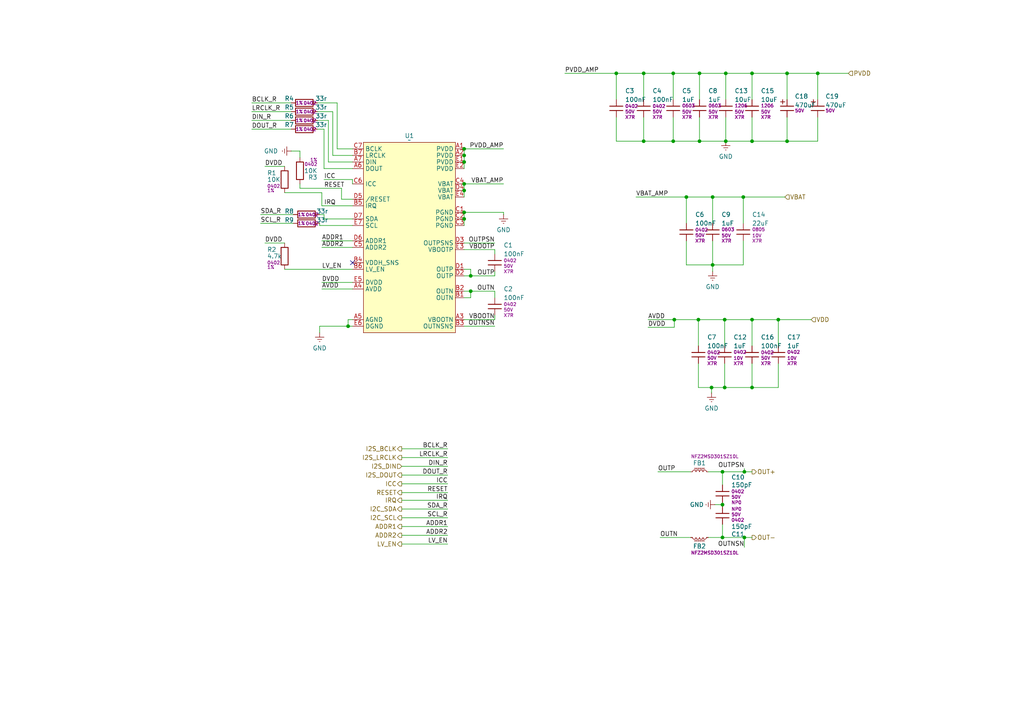
<source format=kicad_sch>
(kicad_sch (version 20231120) (generator "eeschema") (generator_version "8.0")
  (paper "A4")
  (lib_symbols
    (symbol "power:GNDREF" (power) (pin_numbers hide) (pin_names (offset 0) hide)
      (property "Value" "GNDREF" (at 0 -3.81 0))
      (symbol "GNDREF_0_1"
        (polyline (pts (xy -0.635 -1.905) (xy 0.635 -1.905)))
        (polyline (pts (xy -0.127 -2.54) (xy 0.127 -2.54)))
        (polyline (pts (xy 0 -1.27) (xy 0 0)))
        (polyline (pts (xy 1.27 -1.27) (xy -1.27 -1.27)))
      )
      (symbol "GNDREF_1_1"
        (pin power_in line (at 0 0 270) (length 0) (name "~") (number "1"))
      )
    )
    (symbol "speaker_amp_library:C_0402" (pin_numbers hide) (pin_names (offset 0.254))
      (property "Reference" "C" (at 2.54 3.175 0))
      (property "Value" "100nF" (at 2.54 1.27 0))
      (property "Footprint size" "0402" (at 2.54 -1.5875 0))
      (property "Voltage" "16V" (at 2.54 -0.3175 0))
      (property "Type" "NP0" (at 3.81 -2.8575 0))
      (symbol "C_0402_0_1"
        (polyline (pts (xy -1.905 -0.635) (xy 1.905 -0.635)) (stroke (width 0.25)))
      )
      (symbol "C_0402_1_1"
        (polyline (pts (xy -1.905 0.635) (xy 1.905 0.635)) (stroke (width 0.254)))
        (pin passive line (at 0 2.54 270) (length 1.905) (name "~") (number "1"))
        (pin passive line (at 0 -2.54 90) (length 1.905) (name "~") (number "2"))
      )
    )
    (symbol "speaker_amp_library:C_0603" (pin_numbers hide) (pin_names (offset 0.254))
      (property "Reference" "C" (at 2.54 3.175 0))
      (property "Value" "1uF" (at 2.54 1.27 0))
      (property "Footprint size" "0603" (at 2.54 -1.5875 0))
      (property "Voltage" "50V" (at 2.54 -0.3175 0))
      (property "Type" "X7R" (at 3.81 -2.8575 0))
      (symbol "C_0603_0_1"
        (polyline (pts (xy -1.905 -0.635) (xy 1.905 -0.635)) (stroke (width 0.25)))
      )
      (symbol "C_0603_1_1"
        (polyline (pts (xy -1.905 0.635) (xy 1.905 0.635)) (stroke (width 0.254)))
        (pin passive line (at 0 2.54 270) (length 1.905) (name "~") (number "1"))
        (pin passive line (at 0 -2.54 90) (length 1.905) (name "~") (number "2"))
      )
    )
    (symbol "speaker_amp_library:C_1206" (pin_numbers hide) (pin_names (offset 0.254))
      (property "Reference" "C" (at 2.54 3.175 0))
      (property "Value" "10uF" (at 2.54 1.27 0))
      (property "Footprint size" "1206" (at 2.54 -1.5875 0))
      (property "Voltage" "50V" (at 2.54 -0.3175 0))
      (property "Type" "X7R" (at 3.81 -2.8575 0))
      (symbol "C_1206_0_1"
        (polyline (pts (xy -1.905 -0.635) (xy 1.905 -0.635)) (stroke (width 0.25)))
      )
      (symbol "C_1206_1_1"
        (polyline (pts (xy -1.905 0.635) (xy 1.905 0.635)) (stroke (width 0.254)))
        (pin passive line (at 0 2.54 270) (length 1.905) (name "~") (number "1"))
        (pin passive line (at 0 -2.54 90) (length 1.905) (name "~") (number "2"))
      )
    )
    (symbol "speaker_amp_library:C_ELEC_8x10_EMZS350ARA471MHA0G" (pin_numbers hide) (pin_names (offset 0.254))
      (property "Reference" "C" (at 2.54 3.175 0))
      (property "Value" "100uF" (at 2.54 1.27 0))
      (property "Voltage" "50V" (at 2.54 -0.3175 0))
      (symbol "C_ELEC_8x10_EMZS350ARA471MHA0G_0_1"
        (polyline (pts (xy -1.905 -0.635) (xy 1.905 -0.635)) (stroke (width 0.25)))
        (polyline (pts (xy -1.905 1.905) (xy -0.635 1.905)) (stroke (width 0.2)))
        (polyline (pts (xy -1.27 1.27) (xy -1.27 2.54)) (stroke (width 0.2)))
      )
      (symbol "C_ELEC_8x10_EMZS350ARA471MHA0G_1_1"
        (polyline (pts (xy -1.905 0.635) (xy 1.905 0.635)) (stroke (width 0.254)))
        (pin passive line (at 0 2.54 270) (length 1.905) (name "~") (number "1"))
        (pin passive line (at 0 -2.54 90) (length 1.905) (name "~") (number "2"))
      )
    )
    (symbol "speaker_amp_library:FERR_NFZ2MSD301SZ10L" (pin_numbers hide) (pin_names (offset 0.254) hide)
      (property "Reference" "FB?" (at 1.524 0.508 0))
      (property "MPN" "NFZ2MSD301SZ10L" (at 7.366 -0.762 0))
      (symbol "FERR_NFZ2MSD301SZ10L_0_1"
        (arc (start 0 -1.016) (mid 0.5058 -0.508) (end 0 0))
        (polyline (pts (xy 0.8129 -1.3887) (xy 0.8129 -1.1347)))
        (polyline (pts (xy 0.8129 -0.8807) (xy 0.8129 -0.6267)))
        (polyline (pts (xy 0.8129 -0.3727) (xy 0.8129 -0.1187)))
        (polyline (pts (xy 0.8129 0.1353) (xy 0.8129 0.3893)))
        (polyline (pts (xy 0.8129 0.6433) (xy 0.8129 0.8973)))
        (polyline (pts (xy 0.8129 1.1513) (xy 0.8129 1.4053)))
        (polyline (pts (xy 1.0669 -1.1347) (xy 1.0669 -1.3887)))
        (polyline (pts (xy 1.0669 -0.6267) (xy 1.0669 -0.8807)))
        (polyline (pts (xy 1.0669 -0.1187) (xy 1.0669 -0.3727)))
        (polyline (pts (xy 1.0669 0.3893) (xy 1.0669 0.1353)))
        (polyline (pts (xy 1.0669 0.8973) (xy 1.0669 0.6433)))
        (polyline (pts (xy 1.0669 1.4053) (xy 1.0669 1.1513)))
        (arc (start 0 0) (mid 0.5058 0.508) (end 0 1.016))
        (arc (start 0 1.016) (mid 0.5058 1.524) (end 0 2.032))
        (arc (start 0.0022 -2.032) (mid 0.508 -1.524) (end 0.0022 -1.016))
      )
      (symbol "FERR_NFZ2MSD301SZ10L_1_1"
        (pin passive line (at 0 2.54 270) (length 0.508) (name "~") (number "1"))
        (pin passive line (at 0 -2.54 90) (length 0.508) (name "~") (number "2"))
      )
    )
    (symbol "speaker_amp_library:R_0402" (pin_numbers hide) (pin_names (offset 0))
      (property "Reference" "R?" (at 2.54 1.905 0))
      (property "Value" "4.7k" (at 2.54 0 0))
      (property "Footprint size" "0402" (at 2.54 -1.27 0))
      (property "Tolerance" "1%" (at 2.54 -2.54 0))
      (symbol "R_0402_0_1"
        (rectangle (start -1.016 2.54) (end 1.016 -2.54) (stroke (width 0.254)))
      )
      (symbol "R_0402_1_1"
        (pin passive line (at 0 3.81 270) (length 1.27) (name "~") (number "1"))
        (pin passive line (at 0 -3.81 90) (length 1.27) (name "~") (number "2"))
      )
    )
    (symbol "speaker_global_library:MAX98397"
      (property "Reference" "U" (at 0 0 0))
      (symbol "MAX98397_1_1"
        (rectangle (start -17.78 14.605) (end 8.89 -40.64) (fill (type background)))
        (pin power_in line (at 11.43 12.7 180) (length 2.54) (name "PVDD") (number "A1"))
        (pin power_in line (at 11.43 10.795 180) (length 2.54) (name "PVDD") (number "A2"))
        (pin power_in line (at 11.43 -36.83 180) (length 2.54) (name "VBOOTN") (number "A3"))
        (pin power_in line (at -20.955 -27.94 0) (length 3.175) (name "AVDD") (number "A4"))
        (pin input line (at -20.955 -36.83 0) (length 3.175) (name "AGND") (number "A5"))
        (pin output line (at -20.955 6.985 0) (length 3.175) (name "DOUT") (number "A6"))
        (pin input line (at -20.955 8.89 0) (length 3.175) (name "DIN") (number "A7"))
        (pin power_in line (at 11.43 -30.48 180) (length 2.54) (name "OUTN") (number "B1"))
        (pin power_in line (at 11.43 -28.575 180) (length 2.54) (name "OUTN") (number "B2"))
        (pin power_in line (at 11.43 -38.735 180) (length 2.54) (name "OUTNSNS") (number "B3"))
        (pin input line (at -20.955 -20.32 0) (length 3.175) (name "VDDH_SNS") (number "B4"))
        (pin output line (at -20.955 -3.81 0) (length 3.175) (name "IRQ") (number "B5"))
        (pin power_in line (at -20.955 -22.225 0) (length 3.175) (name "LV_EN") (number "B6"))
        (pin bidirectional line (at -20.955 10.795 0) (length 3.175) (name "LRCLK") (number "B7"))
        (pin power_in line (at 11.43 -5.715 180) (length 2.54) (name "PGND") (number "C1"))
        (pin power_in line (at 11.43 -7.62 180) (length 2.54) (name "PGND") (number "C2"))
        (pin power_in line (at 11.43 -9.525 180) (length 2.54) (name "PGND") (number "C3"))
        (pin power_in line (at 11.43 2.54 180) (length 2.54) (name "VBAT") (number "C4"))
        (pin input line (at -20.955 -15.875 0) (length 3.175) (name "ADDR2") (number "C5"))
        (pin bidirectional line (at -20.955 2.54 0) (length 3.175) (name "ICC") (number "C6"))
        (pin bidirectional line (at -20.955 12.7 0) (length 3.175) (name "BCLK") (number "C7"))
        (pin power_in line (at 11.43 -22.225 180) (length 2.54) (name "OUTP") (number "D1"))
        (pin power_in line (at 11.43 -24.13 180) (length 2.54) (name "OUTP") (number "D2"))
        (pin power_in line (at 11.43 -14.605 180) (length 2.54) (name "OUTPSNS") (number "D3"))
        (pin power_in line (at 11.43 0.635 180) (length 2.54) (name "VBAT") (number "D4"))
        (pin input line (at -20.955 -1.905 0) (length 3.175) (name "/RESET") (number "D5"))
        (pin power_in line (at -20.955 -13.97 0) (length 3.175) (name "ADDR1") (number "D6"))
        (pin power_in line (at -20.955 -7.62 0) (length 3.175) (name "SDA") (number "D7"))
        (pin power_in line (at 11.43 8.89 180) (length 2.54) (name "PVDD") (number "E1"))
        (pin power_in line (at 11.43 6.985 180) (length 2.54) (name "PVDD") (number "E2"))
        (pin power_in line (at 11.43 -16.51 180) (length 2.54) (name "VBOOTP") (number "E3"))
        (pin power_in line (at 11.43 -1.27 180) (length 2.54) (name "VBAT") (number "E4"))
        (pin power_in line (at -20.955 -26.035 0) (length 3.175) (name "DVDD") (number "E5"))
        (pin power_in line (at -20.955 -38.735 0) (length 3.175) (name "DGND") (number "E6"))
        (pin input line (at -20.955 -9.525 0) (length 3.175) (name "SCL") (number "E7"))
      )
    )
  )
  (junction (at 206.375 112.395))
  (junction (at 215.9 136.8425))
  (junction (at 206.6925 76.835))
  (junction (at 178.7525 21.2725))
  (junction (at 134.62 43.18))
  (junction (at 195.58 92.71))
  (junction (at 134.62 55.245))
  (junction (at 136.525 80.01))
  (junction (at 228.2825 40.9575))
  (junction (at 206.6925 57.15))
  (junction (at 210.185 92.71))
  (junction (at 218.1225 40.9575))
  (junction (at 136.525 84.455))
  (junction (at 199.0725 57.15))
  (junction (at 215.9 155.8925))
  (junction (at 225.7425 92.71))
  (junction (at 134.62 45.085))
  (junction (at 210.5025 40.9575))
  (junction (at 210.5025 21.2725))
  (junction (at 186.69 40.9575))
  (junction (at 218.1225 92.71))
  (junction (at 218.1225 112.395))
  (junction (at 210.185 112.395))
  (junction (at 134.62 63.5))
  (junction (at 195.2625 40.9575))
  (junction (at 134.62 53.34))
  (junction (at 209.55 136.8425))
  (junction (at 186.69 21.2725))
  (junction (at 237.1725 21.2725))
  (junction (at 209.55 155.8925))
  (junction (at 195.2625 21.2725))
  (junction (at 215.5825 57.15))
  (junction (at 134.62 46.99))
  (junction (at 202.8825 40.9575))
  (junction (at 100.965 94.615))
  (junction (at 228.2825 21.2725))
  (junction (at 209.55 146.3675))
  (junction (at 218.1225 21.2725))
  (junction (at 134.62 61.595))
  (junction (at 202.8825 21.2725))
  (junction (at 202.565 92.71))
  (no_connect (at 102.235 76.2))
  (wire (pts (xy 209.55 136.8425) (xy 215.9 136.8425)))
  (wire (pts (xy 202.8825 21.2725) (xy 202.8825 28.8925)))
  (wire (pts (xy 134.62 63.5) (xy 134.62 65.405)))
  (wire (pts (xy 225.7425 92.71) (xy 235.2675 92.71)))
  (wire (pts (xy 163.83 21.2725) (xy 178.7525 21.2725)))
  (wire (pts (xy 93.98 63.5) (xy 93.98 62.23)))
  (wire (pts (xy 116.5225 150.1775) (xy 129.8575 150.1775)))
  (wire (pts (xy 178.7525 28.8925) (xy 178.7525 21.2725)))
  (wire (pts (xy 93.98 48.895) (xy 93.98 37.465)))
  (wire (pts (xy 218.1225 33.9725) (xy 218.1225 40.9575)))
  (wire (pts (xy 100.965 92.71) (xy 100.965 94.615)))
  (wire (pts (xy 202.8825 21.2725) (xy 210.5025 21.2725)))
  (wire (pts (xy 206.6925 76.835) (xy 215.5825 76.835)))
  (wire (pts (xy 99.06 54.61) (xy 99.06 57.785)))
  (wire (pts (xy 93.345 83.82) (xy 102.235 83.82)))
  (wire (pts (xy 73.025 34.925) (xy 84.455 34.925)))
  (wire (pts (xy 143.51 78.74) (xy 143.51 80.01)))
  (wire (pts (xy 102.235 46.99) (xy 95.25 46.99)))
  (wire (pts (xy 218.1225 21.2725) (xy 218.1225 28.8925)))
  (wire (pts (xy 199.0725 76.835) (xy 206.6925 76.835)))
  (wire (pts (xy 92.71 96.52) (xy 92.71 94.615)))
  (wire (pts (xy 202.8825 40.9575) (xy 195.2625 40.9575)))
  (wire (pts (xy 84.455 43.815) (xy 86.995 43.815)))
  (wire (pts (xy 195.58 94.9325) (xy 195.58 92.71)))
  (wire (pts (xy 207.3275 146.3675) (xy 209.55 146.3675)))
  (wire (pts (xy 215.9 155.8925) (xy 215.9 158.75)))
  (wire (pts (xy 210.5025 21.2725) (xy 218.1225 21.2725)))
  (wire (pts (xy 202.565 112.395) (xy 202.565 105.41)))
  (wire (pts (xy 215.5825 57.15) (xy 227.6475 57.15)))
  (wire (pts (xy 93.98 37.465) (xy 92.075 37.465)))
  (wire (pts (xy 199.0725 64.77) (xy 199.0725 57.15)))
  (wire (pts (xy 73.025 37.465) (xy 84.455 37.465)))
  (wire (pts (xy 209.55 140.6525) (xy 209.55 136.8425)))
  (wire (pts (xy 143.51 72.39) (xy 143.51 73.66)))
  (wire (pts (xy 191.4525 155.8925) (xy 200.3425 155.8925)))
  (wire (pts (xy 215.9 155.8925) (xy 218.1225 155.8925)))
  (wire (pts (xy 102.235 48.895) (xy 93.98 48.895)))
  (wire (pts (xy 86.995 54.61) (xy 86.995 53.34)))
  (wire (pts (xy 134.62 61.595) (xy 146.05 61.595)))
  (wire (pts (xy 136.525 86.36) (xy 136.525 84.455)))
  (wire (pts (xy 143.51 86.36) (xy 143.51 84.455)))
  (wire (pts (xy 190.8175 136.8425) (xy 200.3425 136.8425)))
  (wire (pts (xy 202.565 112.395) (xy 206.375 112.395)))
  (wire (pts (xy 195.2625 21.2725) (xy 195.2625 28.8925)))
  (wire (pts (xy 209.55 155.8925) (xy 215.9 155.8925)))
  (wire (pts (xy 143.51 84.455) (xy 136.525 84.455)))
  (wire (pts (xy 209.55 145.7325) (xy 209.55 146.3675)))
  (wire (pts (xy 76.835 48.26) (xy 82.55 48.26)))
  (wire (pts (xy 225.7425 92.71) (xy 225.7425 100.33)))
  (wire (pts (xy 143.51 91.44) (xy 143.51 92.71)))
  (wire (pts (xy 116.5225 142.875) (xy 129.8575 142.875)))
  (wire (pts (xy 102.235 52.07) (xy 93.98 52.07)))
  (wire (pts (xy 102.235 92.71) (xy 100.965 92.71)))
  (wire (pts (xy 136.525 80.01) (xy 143.51 80.01)))
  (wire (pts (xy 116.5225 157.7975) (xy 129.8575 157.7975)))
  (wire (pts (xy 134.62 45.085) (xy 134.62 46.99)))
  (wire (pts (xy 202.565 100.33) (xy 202.565 92.71)))
  (wire (pts (xy 116.5225 132.715) (xy 129.8575 132.715)))
  (wire (pts (xy 102.235 43.18) (xy 97.79 43.18)))
  (wire (pts (xy 195.2625 40.9575) (xy 186.69 40.9575)))
  (wire (pts (xy 184.4675 57.15) (xy 199.0725 57.15)))
  (wire (pts (xy 146.05 62.23) (xy 146.05 61.595)))
  (wire (pts (xy 199.0725 57.15) (xy 206.6925 57.15)))
  (wire (pts (xy 100.965 94.615) (xy 102.235 94.615)))
  (wire (pts (xy 228.2825 40.9575) (xy 237.1725 40.9575)))
  (wire (pts (xy 215.9 136.8425) (xy 218.1225 136.8425)))
  (wire (pts (xy 218.1225 112.395) (xy 210.185 112.395)))
  (wire (pts (xy 202.565 92.71) (xy 210.185 92.71)))
  (wire (pts (xy 134.62 43.18) (xy 134.62 45.085)))
  (wire (pts (xy 206.6925 57.15) (xy 206.6925 64.77)))
  (wire (pts (xy 134.62 94.615) (xy 143.51 94.615)))
  (wire (pts (xy 210.185 92.71) (xy 218.1225 92.71)))
  (wire (pts (xy 186.69 40.9575) (xy 178.7525 40.9575)))
  (wire (pts (xy 116.5225 145.0975) (xy 129.8575 145.0975)))
  (wire (pts (xy 95.25 46.99) (xy 95.25 34.925)))
  (wire (pts (xy 218.1225 40.9575) (xy 228.2825 40.9575)))
  (wire (pts (xy 228.2825 33.9725) (xy 228.2825 40.9575)))
  (wire (pts (xy 102.235 63.5) (xy 93.98 63.5)))
  (wire (pts (xy 86.995 43.815) (xy 86.995 45.72)))
  (wire (pts (xy 199.0725 76.835) (xy 199.0725 69.85)))
  (wire (pts (xy 136.525 78.105) (xy 136.525 80.01)))
  (wire (pts (xy 187.96 92.71) (xy 195.58 92.71)))
  (wire (pts (xy 195.2625 21.2725) (xy 202.8825 21.2725)))
  (wire (pts (xy 134.62 53.34) (xy 134.62 55.245)))
  (wire (pts (xy 215.5825 57.15) (xy 215.5825 64.77)))
  (wire (pts (xy 116.5225 155.2575) (xy 129.8575 155.2575)))
  (wire (pts (xy 186.69 33.9725) (xy 186.69 40.9575)))
  (wire (pts (xy 225.7425 112.395) (xy 218.1225 112.395)))
  (wire (pts (xy 93.345 59.69) (xy 93.345 55.88)))
  (wire (pts (xy 73.025 32.385) (xy 84.455 32.385)))
  (wire (pts (xy 99.06 57.785) (xy 102.235 57.785)))
  (wire (pts (xy 210.5025 40.9575) (xy 218.1225 40.9575)))
  (wire (pts (xy 134.62 55.245) (xy 134.62 57.15)))
  (wire (pts (xy 218.1225 21.2725) (xy 228.2825 21.2725)))
  (wire (pts (xy 143.51 92.71) (xy 134.62 92.71)))
  (wire (pts (xy 186.69 21.2725) (xy 195.2625 21.2725)))
  (wire (pts (xy 93.98 62.23) (xy 92.71 62.23)))
  (wire (pts (xy 210.5025 33.9725) (xy 210.5025 40.9575)))
  (wire (pts (xy 86.995 54.61) (xy 99.06 54.61)))
  (wire (pts (xy 206.6925 69.85) (xy 206.6925 76.835)))
  (wire (pts (xy 237.1725 21.2725) (xy 237.1725 28.8925)))
  (wire (pts (xy 92.71 94.615) (xy 100.965 94.615)))
  (wire (pts (xy 136.525 84.455) (xy 134.62 84.455)))
  (wire (pts (xy 186.69 21.2725) (xy 186.69 28.8925)))
  (wire (pts (xy 116.5225 147.6375) (xy 129.8575 147.6375)))
  (wire (pts (xy 210.185 92.71) (xy 210.185 100.33)))
  (wire (pts (xy 209.55 155.8925) (xy 205.4225 155.8925)))
  (wire (pts (xy 75.565 62.23) (xy 85.09 62.23)))
  (wire (pts (xy 228.2825 21.2725) (xy 228.2825 28.8925)))
  (wire (pts (xy 218.1225 92.71) (xy 218.1225 100.33)))
  (wire (pts (xy 116.5225 152.7175) (xy 129.8575 152.7175)))
  (wire (pts (xy 209.55 146.3675) (xy 209.55 147.0025)))
  (wire (pts (xy 178.7525 40.9575) (xy 178.7525 33.9725)))
  (wire (pts (xy 93.345 81.915) (xy 102.235 81.915)))
  (wire (pts (xy 215.5825 69.85) (xy 215.5825 76.835)))
  (wire (pts (xy 237.1725 33.9725) (xy 237.1725 40.9575)))
  (wire (pts (xy 178.7525 21.2725) (xy 186.69 21.2725)))
  (wire (pts (xy 187.96 94.9325) (xy 195.58 94.9325)))
  (wire (pts (xy 116.5225 135.255) (xy 129.8575 135.255)))
  (wire (pts (xy 82.55 78.105) (xy 102.235 78.105)))
  (wire (pts (xy 93.345 69.85) (xy 102.235 69.85)))
  (wire (pts (xy 134.62 43.18) (xy 146.05 43.18)))
  (wire (pts (xy 134.62 53.34) (xy 146.05 53.34)))
  (wire (pts (xy 97.79 29.845) (xy 92.075 29.845)))
  (wire (pts (xy 134.62 61.595) (xy 134.62 63.5)))
  (wire (pts (xy 134.62 78.105) (xy 136.525 78.105)))
  (wire (pts (xy 210.5025 40.9575) (xy 202.8825 40.9575)))
  (wire (pts (xy 134.62 72.39) (xy 143.51 72.39)))
  (wire (pts (xy 73.025 29.845) (xy 84.455 29.845)))
  (wire (pts (xy 116.5225 137.795) (xy 129.8575 137.795)))
  (wire (pts (xy 97.79 43.18) (xy 97.79 29.845)))
  (wire (pts (xy 206.375 112.395) (xy 206.375 113.9825)))
  (wire (pts (xy 92.71 65.405) (xy 102.235 65.405)))
  (wire (pts (xy 210.185 105.41) (xy 210.185 112.395)))
  (wire (pts (xy 93.345 71.755) (xy 102.235 71.755)))
  (wire (pts (xy 218.1225 105.41) (xy 218.1225 112.395)))
  (wire (pts (xy 102.235 59.69) (xy 93.345 59.69)))
  (wire (pts (xy 116.5225 130.175) (xy 129.8575 130.175)))
  (wire (pts (xy 209.55 136.8425) (xy 205.4225 136.8425)))
  (wire (pts (xy 225.7425 105.41) (xy 225.7425 112.395)))
  (wire (pts (xy 218.1225 92.71) (xy 225.7425 92.71)))
  (wire (pts (xy 102.235 45.085) (xy 96.52 45.085)))
  (wire (pts (xy 210.5025 21.2725) (xy 210.5025 28.8925)))
  (wire (pts (xy 102.235 53.34) (xy 102.235 52.07)))
  (wire (pts (xy 75.565 64.77) (xy 85.09 64.77)))
  (wire (pts (xy 206.6925 76.835) (xy 206.6925 78.74)))
  (wire (pts (xy 228.2825 21.2725) (xy 237.1725 21.2725)))
  (wire (pts (xy 195.58 92.71) (xy 202.565 92.71)))
  (wire (pts (xy 195.2625 33.9725) (xy 195.2625 40.9575)))
  (wire (pts (xy 96.52 45.085) (xy 96.52 32.385)))
  (wire (pts (xy 93.345 55.88) (xy 82.55 55.88)))
  (wire (pts (xy 134.62 86.36) (xy 136.525 86.36)))
  (wire (pts (xy 95.25 34.925) (xy 92.075 34.925)))
  (wire (pts (xy 134.62 70.485) (xy 143.51 70.485)))
  (wire (pts (xy 215.9 135.89) (xy 215.9 136.8425)))
  (wire (pts (xy 76.835 70.485) (xy 82.55 70.485)))
  (wire (pts (xy 206.375 112.395) (xy 210.185 112.395)))
  (wire (pts (xy 202.8825 33.9725) (xy 202.8825 40.9575)))
  (wire (pts (xy 134.62 80.01) (xy 136.525 80.01)))
  (wire (pts (xy 92.71 64.77) (xy 92.71 65.405)))
  (wire (pts (xy 246.0625 21.2725) (xy 237.1725 21.2725)))
  (wire (pts (xy 134.62 46.99) (xy 134.62 48.895)))
  (wire (pts (xy 116.5225 140.335) (xy 129.8575 140.335)))
  (wire (pts (xy 96.52 32.385) (xy 92.075 32.385)))
  (wire (pts (xy 206.6925 57.15) (xy 215.5825 57.15)))
  (wire (pts (xy 209.55 152.0825) (xy 209.55 155.8925)))
  (label "LRCLK_R" (at 129.8575 132.715 180))
  (label "LRCLK_R" (at 73.025 32.385 0))
  (label "VBOOTN" (at 143.51 92.71 180))
  (label "VBAT_AMP" (at 146.05 53.34 180))
  (label "IRQ" (at 93.98 59.69 0))
  (label "DOUT_R" (at 129.8575 137.795 180))
  (label "AVDD" (at 187.96 92.71 0))
  (label "ADDR1" (at 129.8575 152.7175 180))
  (label "DVDD" (at 76.835 70.485 0))
  (label "OUTN" (at 191.4525 155.8925 0))
  (label "OUTNSN" (at 215.9 158.75 180))
  (label "ICC" (at 93.98 52.07 0))
  (label "OUTPSN" (at 143.51 70.485 180))
  (label "OUTPSN" (at 215.9 135.89 180))
  (label "DVDD" (at 187.96 94.9325 0))
  (label "ICC" (at 129.8575 140.335 180))
  (label "PVDD_AMP" (at 163.83 21.2725 0))
  (label "ADDR2" (at 129.8575 155.2575 180))
  (label "SCL_R" (at 75.565 64.77 0))
  (label "SDA_R" (at 129.8575 147.6375 180))
  (label "OUTN" (at 143.51 84.455 180))
  (label "DIN_R" (at 129.8575 135.255 180))
  (label "BCLK_R" (at 73.025 29.845 0))
  (label "OUTNSN" (at 143.51 94.615 180))
  (label "DVDD" (at 93.345 81.915 0))
  (label "DIN_R" (at 73.025 34.925 0))
  (label "AVDD" (at 93.345 83.82 0))
  (label "DVDD" (at 76.835 48.26 0))
  (label "VBAT_AMP" (at 184.4675 57.15 0))
  (label "LV_EN" (at 129.8575 157.7975 180))
  (label "PVDD_AMP" (at 146.05 43.18 180))
  (label "OUTP" (at 190.8175 136.8425 0))
  (label "RESET" (at 129.8575 142.875 180))
  (label "RESET" (at 93.98 54.61 0))
  (label "ADDR2" (at 93.345 71.755 0))
  (label "IRQ" (at 129.8575 145.0975 180))
  (label "LV_EN" (at 93.345 78.105 0))
  (label "ADDR1" (at 93.345 69.85 0))
  (label "OUTP" (at 143.51 80.01 180))
  (label "DOUT_R" (at 73.025 37.465 0))
  (label "BCLK_R" (at 129.8575 130.175 180))
  (label "VBOOTP" (at 143.51 72.4293 180))
  (label "SDA_R" (at 75.565 62.23 0))
  (label "SCL_R" (at 129.8575 150.1775 180))
  (hierarchical_label "ADDR1" (shape output) (at 116.5225 152.7175 180))
  (hierarchical_label "VDD" (shape input) (at 235.2675 92.71 0))
  (hierarchical_label "I2S_LRCLK" (shape output) (at 116.5225 132.715 180))
  (hierarchical_label "I2C_SCL" (shape output) (at 116.5225 150.1775 180))
  (hierarchical_label "RESET" (shape output) (at 116.5225 142.875 180))
  (hierarchical_label "PVDD" (shape input) (at 246.0625 21.2725 0))
  (hierarchical_label "OUT-" (shape output) (at 218.1225 155.8925 0))
  (hierarchical_label "ICC" (shape output) (at 116.5225 140.335 180))
  (hierarchical_label "IRQ" (shape output) (at 116.5225 145.0975 180))
  (hierarchical_label "OUT+" (shape output) (at 218.1225 136.8425 0))
  (hierarchical_label "I2C_SDA" (shape output) (at 116.5225 147.6375 180))
  (hierarchical_label "I2S_DIN" (shape input) (at 116.5225 135.255 180))
  (hierarchical_label "I2S_DOUT" (shape output) (at 116.5225 137.795 180))
  (hierarchical_label "I2S_BCLK" (shape output) (at 116.5225 130.175 180))
  (hierarchical_label "VBAT" (shape input) (at 227.6475 57.15 0))
  (hierarchical_label "ADDR2" (shape output) (at 116.5225 155.2575 180))
  (hierarchical_label "LV_EN" (shape output) (at 116.5225 157.7975 180))
  (symbol (lib_id "speaker_amp_library:R_0402") (at 86.995 49.53 0) (mirror x) (unit 1)
    (property "Reference" "R3" (at 92.075 51.435 0) (effects (justify right)))
    (property "Value" "10K" (at 92.075 49.53 0) (effects (justify right)))
    (property "Footprint" "speaker_global_library:R_0402_1005Metric" (effects (hide yes)))
    (property "Description" "Resistor" (effects (hide yes)))
    (property "Footprint size" "0402" (at 92.075 47.625 0) (effects (font (size 0.9525 0.9525)) (justify right)))
    (property "Manufacturer" "YAGEO" (effects (hide yes)))
    (property "MPN" "AC0402FR-0710KL" (effects (hide yes)))
    (property "Tolerance" "1%" (at 92.075 46.355 0) (effects (font (size 0.9525 0.9525)) (justify right)))
    (instances (project "speaker_amp" (path "" (reference "R3") (unit 1)) (path "" (reference "R18") (unit 1))))
  )
  (symbol (lib_id "speaker_amp_library:R_0402") (at 88.9 62.23 90) (mirror x) (unit 1)
    (property "Reference" "R8" (at 82.55 61.2775 90) (effects (justify right)))
    (property "Value" "33r" (at 91.7575 61.2775 90) (effects (justify right)))
    (property "Footprint" "speaker_global_library:R_0402_1005Metric" (effects (hide yes)))
    (property "Description" "Resistor" (effects (hide yes)))
    (property "Footprint size" "0402" (at 88.6349 62.2731 90) (effects (font (size 0.9525 0.9525)) (justify right)))
    (property "Manufacturer" "YAGEO" (effects (hide yes)))
    (property "MPN" "RC0402FR-1333RL" (effects (hide yes)))
    (property "Tolerance" "1%" (at 86.36 62.23 90) (effects (font (size 0.9525 0.9525)) (justify right)))
    (instances (project "speaker_amp" (path "" (reference "R8") (unit 1)) (path "" (reference "R23") (unit 1))))
  )
  (symbol (lib_id "speaker_amp_library:R_0402") (at 88.265 37.465 90) (mirror x) (unit 1)
    (property "Reference" "R7" (at 82.55 36.195 90) (effects (justify right)))
    (property "Value" "33r" (at 91.44 36.195 90) (effects (justify right)))
    (property "Footprint" "speaker_global_library:R_0402_1005Metric" (effects (hide yes)))
    (property "Description" "Resistor" (effects (hide yes)))
    (property "Footprint size" "0402" (at 87.9999 37.5081 90) (effects (font (size 0.9525 0.9525)) (justify right)))
    (property "Manufacturer" "YAGEO" (effects (hide yes)))
    (property "MPN" "RC0402FR-1333RL" (effects (hide yes)))
    (property "Tolerance" "1%" (at 85.725 37.465 90) (effects (font (size 0.9525 0.9525)) (justify right)))
    (instances (project "speaker_amp" (path "" (reference "R7") (unit 1)) (path "" (reference "R22") (unit 1))))
  )
  (symbol (lib_id "speaker_amp_library:FERR_NFZ2MSD301SZ10L") (at 202.8825 136.8425 90) (unit 1)
    (property "Reference" "FB1" (at 202.8825 134.3025 90))
    (property "Value" "FERR_NFZ2MSD301SZ10L" (effects (hide yes)))
    (property "Footprint" "speaker_amp_library:NFZ2MSD301SZ10L" (effects (hide yes)))
    (property "Description" "Inductor with ferrite core, small symbol" (effects (hide yes)))
    (property "Footprint size" "0806" (effects (hide yes)))
    (property "MPN" "NFZ2MSD301SZ10L" (at 207.3275 132.3975 90) (effects (font (size 0.9525 0.9525))))
    (property "Manufacturer" "Murata" (effects (hide yes)))
    (instances (project "speaker_amp" (path "" (reference "FB1") (unit 1)) (path "" (reference "FB3") (unit 1))))
  )
  (symbol (lib_id "speaker_amp_library:C_1206") (at 218.1225 31.4325 0) (unit 1)
    (property "Reference" "C15" (at 220.6625 26.3515 0) (effects (justify left)))
    (property "Value" "10uF" (at 220.6625 28.8915 0) (effects (justify left)))
    (property "Footprint" "speaker_global_library:C_1206_3216Metric" (effects (hide yes)))
    (property "Description" "Unpolarized capacitor" (effects (hide yes)))
    (property "Footprint size" "1206" (at 220.6625 30.6705 0) (effects (font (size 0.9525 0.9525)) (justify left)))
    (property "Voltage" "50V" (at 220.6625 32.4485 0) (effects (font (size 0.9525 0.9525)) (justify left)))
    (property "Type" "X7R" (at 220.6625 33.9736 0) (effects (font (size 0.9525 0.9525)) (justify left)))
    (property "Tolerance" "10%" (effects (hide yes)))
    (property "Manufacturer" "Samsung Electro-Mechanics" (effects (hide yes)))
    (property "MPN" "CL31B106KBHNNNE" (effects (hide yes)))
    (instances (project "speaker_amp" (path "" (reference "C15") (unit 1)) (path "" (reference "C43") (unit 1))))
  )
  (symbol (lib_id "speaker_amp_library:C_0402") (at 186.69 31.4325 0) (unit 1)
    (property "Reference" "C4" (at 189.23 26.3525 0) (effects (justify left)))
    (property "Value" "100nF" (at 189.23 28.8925 0) (effects (justify left)))
    (property "Footprint" "speaker_global_library:C_0402_1005Metric" (effects (hide yes)))
    (property "Description" "Unpolarized capacitor" (effects (hide yes)))
    (property "Footprint size" "0402" (at 189.23 30.7975 0) (effects (font (size 0.9525 0.9525)) (justify left)))
    (property "Voltage" "50V" (at 189.23 32.3851 0) (effects (font (size 0.9525 0.9525)) (justify left)))
    (property "Type" "X7R" (at 189.23 33.9726 0) (effects (font (size 0.9525 0.9525)) (justify left)))
    (property "Tolerance" "10%" (effects (hide yes)))
    (property "Manufacturer" "Murata" (effects (hide yes)))
    (property "MPN" "GRM155R71H104KE14D" (effects (hide yes)))
    (instances (project "speaker_amp" (path "" (reference "C4") (unit 1)) (path "" (reference "C32") (unit 1))))
  )
  (symbol (lib_id "speaker_amp_library:C_0603") (at 225.7425 102.87 0) (unit 1)
    (property "Reference" "C17" (at 228.2825 97.79 0) (effects (justify left)))
    (property "Value" "1uF" (at 228.2825 100.33 0) (effects (justify left)))
    (property "Footprint" "speaker_global_library:C_0402_1005Metric" (effects (hide yes)))
    (property "Description" "Unpolarized capacitor" (effects (hide yes)))
    (property "Footprint size" "0402" (at 228.2825 102.108 0) (effects (font (size 0.9525 0.9525)) (justify left)))
    (property "Voltage" "10V" (at 228.2825 103.886 0) (effects (font (size 0.9525 0.9525)) (justify left)))
    (property "Type" "X7R" (at 228.2825 105.41 0) (effects (font (size 0.9525 0.9525)) (justify left)))
    (property "Tolerance" "10%" (effects (hide yes)))
    (property "MPN" "GRM155Z71A105KE01J" (effects (hide yes)))
    (property "Manufacturer" "Murata" (effects (hide yes)))
    (instances (project "speaker_amp" (path "" (reference "C17") (unit 1)) (path "" (reference "C45") (unit 1))))
  )
  (symbol (lib_id "speaker_amp_library:R_0402") (at 82.55 52.07 0) (mirror y) (unit 1)
    (property "Reference" "R1" (at 77.47 50.165 0) (effects (justify right)))
    (property "Value" "10K" (at 77.47 52.07 0) (effects (justify right)))
    (property "Footprint" "speaker_global_library:R_0402_1005Metric" (effects (hide yes)))
    (property "Description" "Resistor" (effects (hide yes)))
    (property "Footprint size" "0402" (at 77.47 53.975 0) (effects (font (size 0.9525 0.9525)) (justify right)))
    (property "Manufacturer" "YAGEO" (effects (hide yes)))
    (property "MPN" "AC0402FR-0710KL" (effects (hide yes)))
    (property "Tolerance" "1%" (at 77.47 55.245 0) (effects (font (size 0.9525 0.9525)) (justify right)))
    (instances (project "speaker_amp" (path "" (reference "R1") (unit 1)) (path "" (reference "R16") (unit 1))))
  )
  (symbol (lib_id "power:GNDREF") (at 92.71 96.52 0) (unit 1)
    (property "Reference" "#PWR02" (effects (hide yes)))
    (property "Value" "GND" (at 92.71 100.965 0))
    (property "Description" "Power symbol creates a global label with name \"GNDREF\" , reference supply ground" (effects (hide yes)))
    (instances (project "speaker_amp" (path "" (reference "#PWR02") (unit 1)) (path "" (reference "#PWR016") (unit 1))))
  )
  (symbol (lib_id "speaker_amp_library:C_0402") (at 218.1225 102.87 0) (unit 1)
    (property "Reference" "C16" (at 220.6625 97.79 0) (effects (justify left)))
    (property "Value" "100nF" (at 220.6625 100.33 0) (effects (justify left)))
    (property "Footprint" "speaker_global_library:C_0402_1005Metric" (effects (hide yes)))
    (property "Description" "Unpolarized capacitor" (effects (hide yes)))
    (property "Footprint size" "0402" (at 220.6625 102.235 0) (effects (font (size 0.9525 0.9525)) (justify left)))
    (property "Voltage" "50V" (at 220.6625 103.8226 0) (effects (font (size 0.9525 0.9525)) (justify left)))
    (property "Type" "X7R" (at 220.6625 105.4101 0) (effects (font (size 0.9525 0.9525)) (justify left)))
    (property "Tolerance" "10%" (effects (hide yes)))
    (property "Manufacturer" "Murata" (effects (hide yes)))
    (property "MPN" "GRM155R71H104KE14D" (effects (hide yes)))
    (instances (project "speaker_amp" (path "" (reference "C16") (unit 1)) (path "" (reference "C44") (unit 1))))
  )
  (symbol (lib_id "speaker_amp_library:C_0603") (at 202.8825 31.4325 0) (unit 1)
    (property "Reference" "C8" (at 205.4225 26.3525 0) (effects (justify left)))
    (property "Value" "1uF" (at 205.4225 28.8925 0) (effects (justify left)))
    (property "Footprint" "speaker_global_library:C_0603_1608Metric" (effects (hide yes)))
    (property "Description" "Unpolarized capacitor" (effects (hide yes)))
    (property "Footprint size" "0603" (at 205.4225 30.6705 0) (effects (font (size 0.9525 0.9525)) (justify left)))
    (property "Voltage" "50V" (at 205.4225 32.4485 0) (effects (font (size 0.9525 0.9525)) (justify left)))
    (property "Type" "X7R" (at 205.4225 33.9725 0) (effects (font (size 0.9525 0.9525)) (justify left)))
    (property "Tolerance" "10%" (effects (hide yes)))
    (property "Manufacturer" "Samsung Electro-Mechanics" (effects (hide yes)))
    (property "MPN" "CL10B105KB8NQNC" (effects (hide yes)))
    (instances (project "speaker_amp" (path "" (reference "C8") (unit 1)) (path "" (reference "C36") (unit 1))))
  )
  (symbol (lib_id "speaker_amp_library:C_0603") (at 195.2625 31.4325 0) (unit 1)
    (property "Reference" "C5" (at 197.8025 26.3525 0) (effects (justify left)))
    (property "Value" "1uF" (at 197.8025 28.8925 0) (effects (justify left)))
    (property "Footprint" "speaker_global_library:C_0603_1608Metric" (effects (hide yes)))
    (property "Description" "Unpolarized capacitor" (effects (hide yes)))
    (property "Footprint size" "0603" (at 197.8025 30.6705 0) (effects (font (size 0.9525 0.9525)) (justify left)))
    (property "Voltage" "50V" (at 197.8025 32.4485 0) (effects (font (size 0.9525 0.9525)) (justify left)))
    (property "Type" "X7R" (at 197.8025 33.9725 0) (effects (font (size 0.9525 0.9525)) (justify left)))
    (property "Tolerance" "10%" (effects (hide yes)))
    (property "MPN" "CL10B105KB8NQNC" (effects (hide yes)))
    (property "Manufacturer" "Samsung Electro-Mechanics" (effects (hide yes)))
    (instances (project "speaker_amp" (path "" (reference "C5") (unit 1)) (path "" (reference "C33") (unit 1))))
  )
  (symbol (lib_id "speaker_amp_library:R_0402") (at 88.265 34.925 90) (mirror x) (unit 1)
    (property "Reference" "R6" (at 82.55 33.655 90) (effects (justify right)))
    (property "Value" "33r" (at 91.44 33.655 90) (effects (justify right)))
    (property "Footprint" "speaker_global_library:R_0402_1005Metric" (effects (hide yes)))
    (property "Description" "Resistor" (effects (hide yes)))
    (property "Footprint size" "0402" (at 87.9999 34.9681 90) (effects (font (size 0.9525 0.9525)) (justify right)))
    (property "Manufacturer" "YAGEO" (effects (hide yes)))
    (property "MPN" "RC0402FR-1333RL" (effects (hide yes)))
    (property "Tolerance" "1%" (at 85.725 34.925 90) (effects (font (size 0.9525 0.9525)) (justify right)))
    (instances (project "speaker_amp" (path "" (reference "R6") (unit 1)) (path "" (reference "R21") (unit 1))))
  )
  (symbol (lib_id "speaker_amp_library:C_0603") (at 215.5825 67.31 0) (unit 1)
    (property "Reference" "C14" (at 218.1225 62.23 0) (effects (justify left)))
    (property "Value" "22uF" (at 218.1225 64.77 0) (effects (justify left)))
    (property "Footprint" "speaker_global_library:C_0805_2012Metric" (effects (hide yes)))
    (property "Description" "Unpolarized capacitor" (effects (hide yes)))
    (property "Footprint size" "0805" (at 218.1225 66.548 0) (effects (font (size 0.9525 0.9525)) (justify left)))
    (property "Voltage" "10V" (at 218.1225 68.326 0) (effects (font (size 0.9525 0.9525)) (justify left)))
    (property "Type" "X7R" (at 218.1225 69.85 0) (effects (font (size 0.9525 0.9525)) (justify left)))
    (property "Tolerance" "20%" (effects (hide yes)))
    (property "Manufacturer" "Murata" (effects (hide yes)))
    (property "MPN" "GRM21BZ71A226ME15K" (effects (hide yes)))
    (instances (project "speaker_amp" (path "" (reference "C14") (unit 1)) (path "" (reference "C42") (unit 1))))
  )
  (symbol (lib_id "speaker_amp_library:C_0402") (at 199.0725 67.31 0) (unit 1)
    (property "Reference" "C6" (at 201.6125 62.23 0) (effects (justify left)))
    (property "Value" "100nF" (at 201.6125 64.77 0) (effects (justify left)))
    (property "Footprint" "speaker_global_library:C_0402_1005Metric" (effects (hide yes)))
    (property "Description" "Unpolarized capacitor" (effects (hide yes)))
    (property "Footprint size" "0402" (at 201.6125 66.675 0) (effects (font (size 0.9525 0.9525)) (justify left)))
    (property "Voltage" "50V" (at 201.6125 68.2626 0) (effects (font (size 0.9525 0.9525)) (justify left)))
    (property "Type" "X7R" (at 201.6125 69.8501 0) (effects (font (size 0.9525 0.9525)) (justify left)))
    (property "Tolerance" "10%" (effects (hide yes)))
    (property "Manufacturer" "Murata" (effects (hide yes)))
    (property "MPN" "GRM155R71H104KE14D" (effects (hide yes)))
    (instances (project "speaker_amp" (path "" (reference "C6") (unit 1)) (path "" (reference "C34") (unit 1))))
  )
  (symbol (lib_id "speaker_amp_library:R_0402") (at 88.265 29.845 90) (mirror x) (unit 1)
    (property "Reference" "R4" (at 82.55 28.575 90) (effects (justify right)))
    (property "Value" "33r" (at 91.44 28.575 90) (effects (justify right)))
    (property "Footprint" "speaker_global_library:R_0402_1005Metric" (effects (hide yes)))
    (property "Description" "Resistor" (effects (hide yes)))
    (property "Footprint size" "0402" (at 87.9999 29.8881 90) (effects (font (size 0.9525 0.9525)) (justify right)))
    (property "Manufacturer" "YAGEO" (effects (hide yes)))
    (property "MPN" "RC0402FR-1333RL" (effects (hide yes)))
    (property "Tolerance" "1%" (at 85.725 29.845 90) (effects (font (size 0.9525 0.9525)) (justify right)))
    (instances (project "speaker_amp" (path "" (reference "R4") (unit 1)) (path "" (reference "R19") (unit 1))))
  )
  (symbol (lib_id "speaker_amp_library:R_0402") (at 88.265 32.385 90) (mirror x) (unit 1)
    (property "Reference" "R5" (at 82.55 31.115 90) (effects (justify right)))
    (property "Value" "33r" (at 91.44 31.115 90) (effects (justify right)))
    (property "Footprint" "speaker_global_library:R_0402_1005Metric" (effects (hide yes)))
    (property "Description" "Resistor" (effects (hide yes)))
    (property "Footprint size" "0402" (at 87.9999 32.4281 90) (effects (font (size 0.9525 0.9525)) (justify right)))
    (property "Manufacturer" "YAGEO" (effects (hide yes)))
    (property "MPN" "RC0402FR-1333RL" (effects (hide yes)))
    (property "Tolerance" "1%" (at 85.725 32.385 90) (effects (font (size 0.9525 0.9525)) (justify right)))
    (instances (project "speaker_amp" (path "" (reference "R5") (unit 1)) (path "" (reference "R20") (unit 1))))
  )
  (symbol (lib_id "speaker_amp_library:R_0402") (at 82.55 74.295 0) (mirror y) (unit 1)
    (property "Reference" "R2" (at 77.47 72.39 0) (effects (justify right)))
    (property "Value" "4.7k" (at 77.47 74.295 0) (effects (justify right)))
    (property "Footprint" "speaker_global_library:R_0402_1005Metric" (effects (hide yes)))
    (property "Description" "Resistor" (effects (hide yes)))
    (property "Footprint size" "0402" (at 77.47 76.2 0) (effects (font (size 0.9525 0.9525)) (justify right)))
    (property "Manufacturer" "YAGEO" (effects (hide yes)))
    (property "MPN" "AC0402FR-134K7L" (effects (hide yes)))
    (property "Tolerance" "1%" (at 77.47 77.47 0) (effects (font (size 0.9525 0.9525)) (justify right)))
    (instances (project "speaker_amp" (path "" (reference "R2") (unit 1)) (path "" (reference "R17") (unit 1))))
  )
  (symbol (lib_id "speaker_global_library:MAX98397") (at 123.19 55.88 0) (unit 1)
    (property "Reference" "U1" (at 118.745 39.37 0))
    (property "Value" "~" (at 118.745 40.64 0))
    (property "Footprint" "speaker_global_library:WLP35" (effects (hide yes)))
    (instances (project "speaker_amp" (path "" (reference "U1") (unit 1)) (path "" (reference "U3") (unit 1))))
  )
  (symbol (lib_id "speaker_amp_library:R_0402") (at 88.9 64.77 90) (mirror x) (unit 1)
    (property "Reference" "R9" (at 82.55 63.8175 90) (effects (justify right)))
    (property "Value" "33r" (at 91.7575 63.8175 90) (effects (justify right)))
    (property "Footprint" "speaker_global_library:R_0402_1005Metric" (effects (hide yes)))
    (property "Description" "Resistor" (effects (hide yes)))
    (property "Footprint size" "0402" (at 88.6349 64.8131 90) (effects (font (size 0.9525 0.9525)) (justify right)))
    (property "Manufacturer" "YAGEO" (effects (hide yes)))
    (property "MPN" "RC0402FR-1333RL" (effects (hide yes)))
    (property "Tolerance" "1%" (at 86.36 64.77 90) (effects (font (size 0.9525 0.9525)) (justify right)))
    (instances (project "speaker_amp" (path "" (reference "R9") (unit 1)) (path "" (reference "R24") (unit 1))))
  )
  (symbol (lib_id "power:GNDREF") (at 84.455 43.815 270) (unit 1)
    (property "Reference" "#PWR01" (effects (hide yes)))
    (property "Value" "GND" (at 80.645 43.815 90) (effects (justify right)))
    (property "Description" "Power symbol creates a global label with name \"GNDREF\" , reference supply ground" (effects (hide yes)))
    (instances (project "speaker_amp" (path "" (reference "#PWR01") (unit 1)) (path "" (reference "#PWR015") (unit 1))))
  )
  (symbol (lib_id "speaker_amp_library:C_ELEC_8x10_EMZS350ARA471MHA0G") (at 228.2825 31.4325 0) (unit 1)
    (property "Reference" "C18" (at 230.505 27.94 0) (effects (justify left)))
    (property "Value" "470uF" (at 230.505 30.4925 0) (effects (justify left)))
    (property "Footprint" "speaker_amp_library:C_ELEC_8x10" (effects (hide yes)))
    (property "Footprint size" "-" (effects (hide yes)))
    (property "Voltage" "50V" (at 230.505 32.0675 0) (effects (font (size 0.9525 0.9525)) (justify left)))
    (property "Type" "ELEC" (effects (hide yes)))
    (property "Tolerance" "10%" (effects (hide yes)))
    (property "Manufacturer" "Chemi-Con" (effects (hide yes)))
    (property "MPN" "EMZS350ARA471MHA0G" (effects (hide yes)))
    (instances (project "speaker_amp" (path "" (reference "C18") (unit 1)) (path "" (reference "C46") (unit 1))))
  )
  (symbol (lib_id "speaker_amp_library:C_0402") (at 178.7525 31.4325 0) (unit 1)
    (property "Reference" "C3" (at 181.2925 26.3525 0) (effects (justify left)))
    (property "Value" "100nF" (at 181.2925 28.8925 0) (effects (justify left)))
    (property "Footprint" "speaker_global_library:C_0402_1005Metric" (effects (hide yes)))
    (property "Description" "Unpolarized capacitor" (effects (hide yes)))
    (property "Footprint size" "0402" (at 181.2925 30.7975 0) (effects (font (size 0.9525 0.9525)) (justify left)))
    (property "Voltage" "50V" (at 181.2925 32.3851 0) (effects (font (size 0.9525 0.9525)) (justify left)))
    (property "Type" "X7R" (at 181.2925 33.9726 0) (effects (font (size 0.9525 0.9525)) (justify left)))
    (property "Tolerance" "10%" (effects (hide yes)))
    (property "Manufacturer" "Murata" (effects (hide yes)))
    (property "MPN" "GRM155R71H104KE14D" (effects (hide yes)))
    (instances (project "speaker_amp" (path "" (reference "C3") (unit 1)) (path "" (reference "C31") (unit 1))))
  )
  (symbol (lib_id "power:GNDREF") (at 210.5025 40.9575 0) (unit 1)
    (property "Reference" "#PWR07" (effects (hide yes)))
    (property "Value" "GND" (at 210.5025 45.4025 0))
    (property "Description" "Power symbol creates a global label with name \"GNDREF\" , reference supply ground" (effects (hide yes)))
    (instances (project "speaker_amp" (path "" (reference "#PWR07") (unit 1)) (path "" (reference "#PWR021") (unit 1))))
  )
  (symbol (lib_id "speaker_amp_library:C_0603") (at 206.6925 67.31 0) (unit 1)
    (property "Reference" "C9" (at 209.2325 62.23 0) (effects (justify left)))
    (property "Value" "1uF" (at 209.2325 64.77 0) (effects (justify left)))
    (property "Footprint" "speaker_global_library:C_0603_1608Metric" (effects (hide yes)))
    (property "Description" "Unpolarized capacitor" (effects (hide yes)))
    (property "Footprint size" "0603" (at 209.2325 66.548 0) (effects (font (size 0.9525 0.9525)) (justify left)))
    (property "Voltage" "50V" (at 209.2325 68.326 0) (effects (font (size 0.9525 0.9525)) (justify left)))
    (property "Type" "X7R" (at 209.2325 69.85 0) (effects (font (size 0.9525 0.9525)) (justify left)))
    (property "Tolerance" "10%" (effects (hide yes)))
    (property "MPN" "CL10B105KB8NQNC" (effects (hide yes)))
    (property "Manufacturer" "Samsung Electro-Mechanics" (effects (hide yes)))
    (instances (project "speaker_amp" (path "" (reference "C9") (unit 1)) (path "" (reference "C37") (unit 1))))
  )
  (symbol (lib_id "speaker_amp_library:C_0402") (at 202.565 102.87 0) (unit 1)
    (property "Reference" "C7" (at 205.105 97.79 0) (effects (justify left)))
    (property "Value" "100nF" (at 205.105 100.33 0) (effects (justify left)))
    (property "Footprint" "speaker_global_library:C_0402_1005Metric" (effects (hide yes)))
    (property "Description" "Unpolarized capacitor" (effects (hide yes)))
    (property "Footprint size" "0402" (at 205.105 102.235 0) (effects (font (size 0.9525 0.9525)) (justify left)))
    (property "Voltage" "50V" (at 205.105 103.8226 0) (effects (font (size 0.9525 0.9525)) (justify left)))
    (property "Type" "X7R" (at 205.105 105.4101 0) (effects (font (size 0.9525 0.9525)) (justify left)))
    (property "Tolerance" "10%" (effects (hide yes)))
    (property "Manufacturer" "Murata" (effects (hide yes)))
    (property "MPN" "GRM155R71H104KE14D" (effects (hide yes)))
    (instances (project "speaker_amp" (path "" (reference "C7") (unit 1)) (path "" (reference "C35") (unit 1))))
  )
  (symbol (lib_id "power:GNDREF") (at 206.6925 78.74 0) (unit 1)
    (property "Reference" "#PWR05" (effects (hide yes)))
    (property "Value" "GND" (at 206.6925 83.185 0))
    (property "Description" "Power symbol creates a global label with name \"GNDREF\" , reference supply ground" (effects (hide yes)))
    (instances (project "speaker_amp" (path "" (reference "#PWR05") (unit 1)) (path "" (reference "#PWR019") (unit 1))))
  )
  (symbol (lib_id "speaker_amp_library:C_ELEC_8x10_EMZS350ARA471MHA0G") (at 237.1725 31.4325 0) (unit 1)
    (property "Reference" "C19" (at 239.395 27.94 0) (effects (justify left)))
    (property "Value" "470uF" (at 239.395 30.4925 0) (effects (justify left)))
    (property "Footprint" "speaker_amp_library:C_ELEC_8x10" (effects (hide yes)))
    (property "Footprint size" "-" (effects (hide yes)))
    (property "Voltage" "50V" (at 239.395 32.0675 0) (effects (font (size 0.9525 0.9525)) (justify left)))
    (property "Type" "ELEC" (effects (hide yes)))
    (property "Tolerance" "10%" (effects (hide yes)))
    (property "Manufacturer" "Chemi-Con" (effects (hide yes)))
    (property "MPN" "EMZS350ARA471MHA0G" (effects (hide yes)))
    (instances (project "speaker_amp" (path "" (reference "C19") (unit 1)) (path "" (reference "C47") (unit 1))))
  )
  (symbol (lib_id "power:GNDREF") (at 206.375 113.9825 0) (unit 1)
    (property "Reference" "#PWR04" (effects (hide yes)))
    (property "Value" "GND" (at 206.375 118.4275 0))
    (property "Description" "Power symbol creates a global label with name \"GNDREF\" , reference supply ground" (effects (hide yes)))
    (instances (project "speaker_amp" (path "" (reference "#PWR04") (unit 1)) (path "" (reference "#PWR018") (unit 1))))
  )
  (symbol (lib_id "speaker_amp_library:C_0402") (at 209.55 149.5425 0) (mirror x) (unit 1)
    (property "Reference" "C11" (at 212.0899 154.94 0) (effects (justify left)))
    (property "Value" "150pF" (at 212.0899 152.7175 0) (effects (justify left)))
    (property "Footprint" "speaker_global_library:C_0402_1005Metric" (effects (hide yes)))
    (property "Description" "Unpolarized capacitor" (effects (hide yes)))
    (property "Footprint size" "0402" (at 212.0899 150.8136 0) (effects (font (size 0.9525 0.9525)) (justify left)))
    (property "Voltage" "50V" (at 212.0899 149.2261 0) (effects (font (size 0.9525 0.9525)) (justify left)))
    (property "Type" "NP0" (at 212.0899 147.6386 0) (effects (font (size 0.9525 0.9525)) (justify left)))
    (property "Tolerance" "10%" (effects (hide yes)))
    (property "Manufacturer" "TAIYO YUDEN" (effects (hide yes)))
    (property "MPN" "UMK105CG151JVHF" (effects (hide yes)))
    (instances (project "speaker_amp" (path "" (reference "C11") (unit 1)) (path "" (reference "C39") (unit 1))))
  )
  (symbol (lib_id "power:GNDREF") (at 207.3275 146.3675 270) (unit 1)
    (property "Reference" "#PWR06" (effects (hide yes)))
    (property "Value" "GND" (at 204.1525 146.3675 90) (effects (justify right)))
    (property "Description" "Power symbol creates a global label with name \"GNDREF\" , reference supply ground" (effects (hide yes)))
    (instances (project "speaker_amp" (path "" (reference "#PWR06") (unit 1)) (path "" (reference "#PWR020") (unit 1))))
  )
  (symbol (lib_id "speaker_amp_library:C_0402") (at 143.51 76.2 0) (unit 1)
    (property "Reference" "C1" (at 146.05 71.12 0) (effects (justify left)))
    (property "Value" "100nF" (at 146.05 73.66 0) (effects (justify left)))
    (property "Footprint" "speaker_global_library:C_0402_1005Metric" (effects (hide yes)))
    (property "Description" "Unpolarized capacitor" (effects (hide yes)))
    (property "Footprint size" "0402" (at 146.05 75.565 0) (effects (font (size 0.9525 0.9525)) (justify left)))
    (property "Voltage" "50V" (at 146.05 77.1526 0) (effects (font (size 0.9525 0.9525)) (justify left)))
    (property "Type" "X7R" (at 146.05 78.7401 0) (effects (font (size 0.9525 0.9525)) (justify left)))
    (property "Tolerance" "10%" (effects (hide yes)))
    (property "Manufacturer" "Murata" (effects (hide yes)))
    (property "MPN" "GRM155R71H104KE14D" (effects (hide yes)))
    (instances (project "speaker_amp" (path "" (reference "C1") (unit 1)) (path "" (reference "C29") (unit 1))))
  )
  (symbol (lib_id "speaker_amp_library:C_0402") (at 209.55 143.1925 0) (unit 1)
    (property "Reference" "C10" (at 212.09 138.43 0) (effects (justify left)))
    (property "Value" "150pF" (at 212.09 140.6525 0) (effects (justify left)))
    (property "Footprint" "speaker_global_library:C_0402_1005Metric" (effects (hide yes)))
    (property "Description" "Unpolarized capacitor" (effects (hide yes)))
    (property "Footprint size" "0402" (at 212.09 142.5564 0) (effects (font (size 0.9525 0.9525)) (justify left)))
    (property "Voltage" "50V" (at 212.09 144.1439 0) (effects (font (size 0.9525 0.9525)) (justify left)))
    (property "Type" "NP0" (at 212.09 145.7314 0) (effects (font (size 0.9525 0.9525)) (justify left)))
    (property "Tolerance" "10%" (effects (hide yes)))
    (property "Manufacturer" "TAIYO YUDEN" (effects (hide yes)))
    (property "MPN" "UMK105CG151JVHF" (effects (hide yes)))
    (instances (project "speaker_amp" (path "" (reference "C10") (unit 1)) (path "" (reference "C38") (unit 1))))
  )
  (symbol (lib_id "speaker_amp_library:C_0402") (at 143.51 88.9 0) (unit 1)
    (property "Reference" "C2" (at 146.05 83.82 0) (effects (justify left)))
    (property "Value" "100nF" (at 146.05 86.36 0) (effects (justify left)))
    (property "Footprint" "speaker_global_library:C_0402_1005Metric" (effects (hide yes)))
    (property "Description" "Unpolarized capacitor" (effects (hide yes)))
    (property "Footprint size" "0402" (at 146.05 88.265 0) (effects (font (size 0.9525 0.9525)) (justify left)))
    (property "Voltage" "50V" (at 146.05 89.8526 0) (effects (font (size 0.9525 0.9525)) (justify left)))
    (property "Type" "X7R" (at 146.05 91.4401 0) (effects (font (size 0.9525 0.9525)) (justify left)))
    (property "Tolerance" "10%" (effects (hide yes)))
    (property "Manufacturer" "Murata" (effects (hide yes)))
    (property "MPN" "GRM155R71H104KE14D" (effects (hide yes)))
    (instances (project "speaker_amp" (path "" (reference "C2") (unit 1)) (path "" (reference "C30") (unit 1))))
  )
  (symbol (lib_id "power:GNDREF") (at 146.05 62.23 0) (unit 1)
    (property "Reference" "#PWR03" (effects (hide yes)))
    (property "Value" "GND" (at 146.05 66.675 0))
    (property "Description" "Power symbol creates a global label with name \"GNDREF\" , reference supply ground" (effects (hide yes)))
    (instances (project "speaker_amp" (path "" (reference "#PWR03") (unit 1)) (path "" (reference "#PWR017") (unit 1))))
  )
  (symbol (lib_id "speaker_amp_library:C_1206") (at 210.5025 31.4325 0) (unit 1)
    (property "Reference" "C13" (at 213.0425 26.3515 0) (effects (justify left)))
    (property "Value" "10uF" (at 213.0425 28.8915 0) (effects (justify left)))
    (property "Footprint" "speaker_global_library:C_1206_3216Metric" (effects (hide yes)))
    (property "Description" "Unpolarized capacitor" (effects (hide yes)))
    (property "Footprint size" "1206" (at 213.0425 30.6705 0) (effects (font (size 0.9525 0.9525)) (justify left)))
    (property "Voltage" "50V" (at 213.0425 32.4485 0) (effects (font (size 0.9525 0.9525)) (justify left)))
    (property "Type" "X7R" (at 213.0425 33.9736 0) (effects (font (size 0.9525 0.9525)) (justify left)))
    (property "Tolerance" "10%" (effects (hide yes)))
    (property "Manufacturer" "Samsung Electro-Mechanics" (effects (hide yes)))
    (property "MPN" "CL31B106KBHNNNE" (effects (hide yes)))
    (instances (project "speaker_amp" (path "" (reference "C13") (unit 1)) (path "" (reference "C41") (unit 1))))
  )
  (symbol (lib_id "speaker_amp_library:FERR_NFZ2MSD301SZ10L") (at 202.8825 155.8925 90) (mirror x) (unit 1)
    (property "Reference" "FB2" (at 202.8825 158.4325 90))
    (property "Value" "FERR_NFZ2MSD301SZ10L" (effects (hide yes)))
    (property "Footprint" "speaker_global_library:NFZ2MSD301SZ10L" (effects (hide yes)))
    (property "Description" "Inductor with ferrite core, small symbol" (effects (hide yes)))
    (property "Footprint size" "0806" (effects (hide yes)))
    (property "MPN" "NFZ2MSD301SZ10L" (at 207.3275 160.3375 90) (effects (font (size 0.9525 0.9525))))
    (property "Manufacturer" "Murata" (effects (hide yes)))
    (instances (project "speaker_amp" (path "" (reference "FB2") (unit 1)) (path "" (reference "FB4") (unit 1))))
  )
  (symbol (lib_id "speaker_amp_library:C_0603") (at 210.185 102.87 0) (unit 1)
    (property "Reference" "C12" (at 212.725 97.79 0) (effects (justify left)))
    (property "Value" "1uF" (at 212.725 100.33 0) (effects (justify left)))
    (property "Footprint" "speaker_global_library:C_0402_1005Metric" (effects (hide yes)))
    (property "Description" "Unpolarized capacitor" (effects (hide yes)))
    (property "Footprint size" "0402" (at 212.725 102.108 0) (effects (font (size 0.9525 0.9525)) (justify left)))
    (property "Voltage" "10V" (at 212.725 103.886 0) (effects (font (size 0.9525 0.9525)) (justify left)))
    (property "Type" "X7R" (at 212.725 105.41 0) (effects (font (size 0.9525 0.9525)) (justify left)))
    (property "Tolerance" "10%" (effects (hide yes)))
    (property "MPN" "GRM155Z71A105KE01J" (effects (hide yes)))
    (property "Manufacturer" "Murata" (effects (hide yes)))
    (instances (project "speaker_amp" (path "" (reference "C12") (unit 1)) (path "" (reference "C40") (unit 1))))
  )
)
</source>
